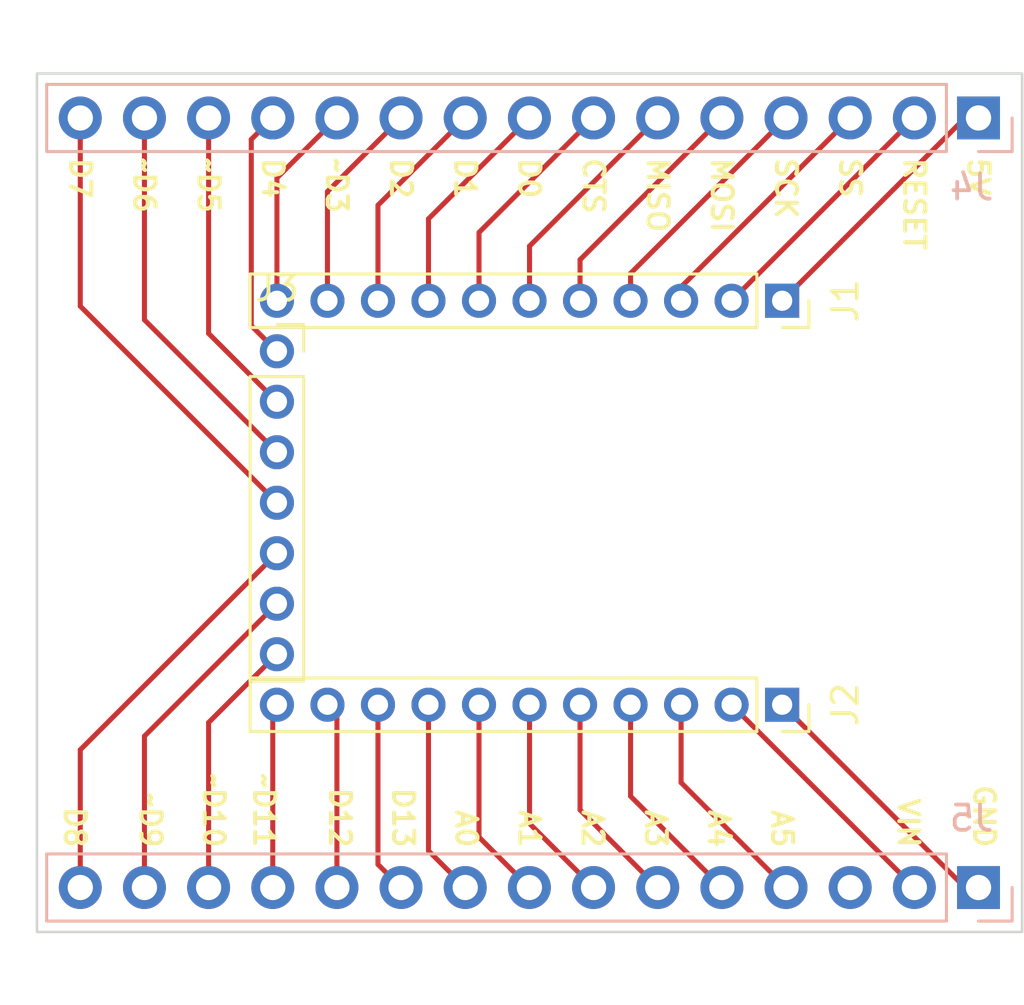
<source format=kicad_pcb>
(kicad_pcb (version 20241229) (generator "pcbnew") (generator_version "9.0")
  (layers (0 "F.Cu" signal) (2 "B.Cu" signal) (13 "F.Paste" user) (15 "B.Paste" user) (5 "F.SilkS" user "F.Silkscreen") (7 "B.SilkS" user "B.Silkscreen") (1 "F.Mask" user) (3 "B.Mask" user) (25 "Edge.Cuts" user))
  (net 0 "")
  (net 1 "D2{slash}SDA")
  (net 2 "RESET")
  (net 3 "MISO")
  (net 4 "D0{slash}RX")
  (net 5 "MOSI")
  (net 6 "CTS")
  (net 7 "D3{slash}SCL")
  (net 8 "SCK")
  (net 9 "D1{slash}TX")
  (net 10 "+5V")
  (net 11 "SS")
  (net 12 "D12")
  (net 13 "A2")
  (net 14 "A5")
  (net 15 "VIN")
  (net 16 "A0")
  (net 17 "D13{slash}USER_LED")
  (net 18 "D11")
  (net 19 "A4")
  (net 20 "GND")
  (net 21 "A1")
  (net 22 "A3")
  (net 23 "D10")
  (net 24 "D8")
  (net 25 "D6")
  (net 26 "D9")
  (net 27 "D4")
  (net 28 "D5")
  (net 29 "D7")
  (footprint "Connector_PinSocket_2.00mm:PinSocket_1x11_P2.00mm_Vertical" (layer "F.Cu") (at 10 -8 -90)
    (property "Reference" "J1" (at 0 -2.5 270) (layer "F.SilkS"))
    (property "Value" "Conn_01x11")
    (fp_line (start -1.06 21.06) (end 1.06 21.06) (stroke (width 0.12)) (layer "F.SilkS"))
    (fp_line (start -1.06 1) (end -1.06 21.06) (stroke (width 0.12)) (layer "F.SilkS"))
    (fp_line (start -1.06 1) (end 1.06 1) (stroke (width 0.12)) (layer "F.SilkS"))
    (fp_line (start 1.06 1) (end 1.06 21.06) (stroke (width 0.12)) (layer "F.SilkS"))
    (fp_line (start 0 -1.06) (end 1.06 -1.06) (stroke (width 0.12)) (layer "F.SilkS"))
    (fp_line (start 1.06 -1.06) (end 1.06 0) (stroke (width 0.12)) (layer "F.SilkS"))
    (pad "1" thru_hole rect (at 0 0 270) (size 1.35 1.35) (drill 0.8) (layers "*.Cu" "*.Mask") (net 10 "+5V"))
    (pad "2" thru_hole oval (at 0 2 270) (size 1.35 1.35) (drill 0.8) (layers "*.Cu" "*.Mask") (net 2 "RESET"))
    (pad "3" thru_hole oval (at 0 4 270) (size 1.35 1.35) (drill 0.8) (layers "*.Cu" "*.Mask") (net 11 "SS"))
    (pad "4" thru_hole oval (at 0 6 270) (size 1.35 1.35) (drill 0.8) (layers "*.Cu" "*.Mask") (net 8 "SCK"))
    (pad "5" thru_hole oval (at 0 8 270) (size 1.35 1.35) (drill 0.8) (layers "*.Cu" "*.Mask") (net 5 "MOSI"))
    (pad "6" thru_hole oval (at 0 10 270) (size 1.35 1.35) (drill 0.8) (layers "*.Cu" "*.Mask") (net 3 "MISO"))
    (pad "7" thru_hole oval (at 0 12 270) (size 1.35 1.35) (drill 0.8) (layers "*.Cu" "*.Mask") (net 6 "CTS"))
    (pad "8" thru_hole oval (at 0 14 270) (size 1.35 1.35) (drill 0.8) (layers "*.Cu" "*.Mask") (net 4 "D0{slash}RX"))
    (pad "9" thru_hole oval (at 0 16 270) (size 1.35 1.35) (drill 0.8) (layers "*.Cu" "*.Mask") (net 9 "D1{slash}TX"))
    (pad "10" thru_hole oval (at 0 18 270) (size 1.35 1.35) (drill 0.8) (layers "*.Cu" "*.Mask") (net 1 "D2{slash}SDA"))
    (pad "11" thru_hole oval (at 0 20 270) (size 1.35 1.35) (drill 0.8) (layers "*.Cu" "*.Mask") (net 7 "D3{slash}SCL"))
  )
  (footprint "Connector_PinSocket_2.00mm:PinSocket_1x07_P2.00mm_Vertical" (layer "F.Cu") (at -10 -6)
    (property "Reference" "J3" (at 0 -2.5 0) (layer "F.SilkS"))
    (property "Value" "Conn_01x07")
    (fp_line (start -1.06 1) (end -1.06 13.06) (stroke (width 0.12)) (layer "F.SilkS"))
    (fp_line (start -1.06 1) (end 1.06 1) (stroke (width 0.12)) (layer "F.SilkS"))
    (fp_line (start -1.06 13.06) (end 1.06 13.06) (stroke (width 0.12)) (layer "F.SilkS"))
    (fp_line (start 0 -1.06) (end 1.06 -1.06) (stroke (width 0.12)) (layer "F.SilkS"))
    (fp_line (start 1.06 -1.06) (end 1.06 0) (stroke (width 0.12)) (layer "F.SilkS"))
    (fp_line (start 1.06 1) (end 1.06 13.06) (stroke (width 0.12)) (layer "F.SilkS"))
    (pad "1" thru_hole circle (at 0 0) (size 1.35 1.35) (drill 0.8) (layers "*.Cu" "*.Mask") (net 27 "D4"))
    (pad "2" thru_hole oval (at 0 2) (size 1.35 1.35) (drill 0.8) (layers "*.Cu" "*.Mask") (net 28 "D5"))
    (pad "3" thru_hole oval (at 0 4) (size 1.35 1.35) (drill 0.8) (layers "*.Cu" "*.Mask") (net 25 "D6"))
    (pad "4" thru_hole oval (at 0 6) (size 1.35 1.35) (drill 0.8) (layers "*.Cu" "*.Mask") (net 29 "D7"))
    (pad "5" thru_hole oval (at 0 8) (size 1.35 1.35) (drill 0.8) (layers "*.Cu" "*.Mask") (net 24 "D8"))
    (pad "6" thru_hole oval (at 0 10) (size 1.35 1.35) (drill 0.8) (layers "*.Cu" "*.Mask") (net 26 "D9"))
    (pad "7" thru_hole oval (at 0 12) (size 1.35 1.35) (drill 0.8) (layers "*.Cu" "*.Mask") (net 23 "D10"))
  )
  (footprint "Connector_PinSocket_2.00mm:PinSocket_1x11_P2.00mm_Vertical" (layer "F.Cu") (at 10 8 -90)
    (property "Reference" "J2" (at 0 -2.5 270) (layer "F.SilkS"))
    (property "Value" "Conn_01x11")
    (fp_line (start -1.06 21.06) (end 1.06 21.06) (stroke (width 0.12)) (layer "F.SilkS"))
    (fp_line (start -1.06 1) (end -1.06 21.06) (stroke (width 0.12)) (layer "F.SilkS"))
    (fp_line (start -1.06 1) (end 1.06 1) (stroke (width 0.12)) (layer "F.SilkS"))
    (fp_line (start 1.06 1) (end 1.06 21.06) (stroke (width 0.12)) (layer "F.SilkS"))
    (fp_line (start 0 -1.06) (end 1.06 -1.06) (stroke (width 0.12)) (layer "F.SilkS"))
    (fp_line (start 1.06 -1.06) (end 1.06 0) (stroke (width 0.12)) (layer "F.SilkS"))
    (pad "1" thru_hole rect (at 0 0 270) (size 1.35 1.35) (drill 0.8) (layers "*.Cu" "*.Mask") (net 20 "GND"))
    (pad "2" thru_hole oval (at 0 2 270) (size 1.35 1.35) (drill 0.8) (layers "*.Cu" "*.Mask") (net 15 "VIN"))
    (pad "3" thru_hole oval (at 0 4 270) (size 1.35 1.35) (drill 0.8) (layers "*.Cu" "*.Mask") (net 14 "A5"))
    (pad "4" thru_hole oval (at 0 6 270) (size 1.35 1.35) (drill 0.8) (layers "*.Cu" "*.Mask") (net 19 "A4"))
    (pad "5" thru_hole oval (at 0 8 270) (size 1.35 1.35) (drill 0.8) (layers "*.Cu" "*.Mask") (net 22 "A3"))
    (pad "6" thru_hole oval (at 0 10 270) (size 1.35 1.35) (drill 0.8) (layers "*.Cu" "*.Mask") (net 13 "A2"))
    (pad "7" thru_hole oval (at 0 12 270) (size 1.35 1.35) (drill 0.8) (layers "*.Cu" "*.Mask") (net 21 "A1"))
    (pad "8" thru_hole oval (at 0 14 270) (size 1.35 1.35) (drill 0.8) (layers "*.Cu" "*.Mask") (net 16 "A0"))
    (pad "9" thru_hole oval (at 0 16 270) (size 1.35 1.35) (drill 0.8) (layers "*.Cu" "*.Mask") (net 17 "D13{slash}USER_LED"))
    (pad "10" thru_hole oval (at 0 18 270) (size 1.35 1.35) (drill 0.8) (layers "*.Cu" "*.Mask") (net 12 "D12"))
    (pad "11" thru_hole oval (at 0 20 270) (size 1.35 1.35) (drill 0.8) (layers "*.Cu" "*.Mask") (net 18 "D11"))
  )
  (footprint "Connector_PinHeader_2.54mm:PinHeader_1x15_P2.54mm_Vertical" (layer "B.Cu") (at 17.775 -15.24 90)
    (property "Reference" "J4" (at -2.74 -0.275 0) (layer "B.SilkS") (effects (justify mirror)))
    (property "Value" "Conn_01x15")
    (fp_line (start -1.33 -36.89) (end 1.33 -36.89) (stroke (width 0.12)) (layer "B.SilkS"))
    (fp_line (start 1.33 -1.27) (end 1.33 -36.89) (stroke (width 0.12)) (layer "B.SilkS"))
    (fp_line (start -1.33 -1.27) (end -1.33 -36.89) (stroke (width 0.12)) (layer "B.SilkS"))
    (fp_line (start -1.33 -1.27) (end 1.33 -1.27) (stroke (width 0.12)) (layer "B.SilkS"))
    (fp_line (start -1.33 0) (end -1.33 1.33) (stroke (width 0.12)) (layer "B.SilkS"))
    (fp_line (start -1.33 1.33) (end 0 1.33) (stroke (width 0.12)) (layer "B.SilkS"))
    (pad "1" thru_hole rect (at 0 0 90) (size 1.7 1.7) (drill 1) (layers "*.Cu" "*.Mask") (net 10 "+5V"))
    (pad "2" thru_hole oval (at 0 -2.54 90) (size 1.7 1.7) (drill 1) (layers "*.Cu" "*.Mask") (net 2 "RESET"))
    (pad "3" thru_hole oval (at 0 -5.08 90) (size 1.7 1.7) (drill 1) (layers "*.Cu" "*.Mask") (net 11 "SS"))
    (pad "4" thru_hole oval (at 0 -7.62 90) (size 1.7 1.7) (drill 1) (layers "*.Cu" "*.Mask") (net 8 "SCK"))
    (pad "5" thru_hole oval (at 0 -10.16 90) (size 1.7 1.7) (drill 1) (layers "*.Cu" "*.Mask") (net 5 "MOSI"))
    (pad "6" thru_hole oval (at 0 -12.7 90) (size 1.7 1.7) (drill 1) (layers "*.Cu" "*.Mask") (net 3 "MISO"))
    (pad "7" thru_hole oval (at 0 -15.24 90) (size 1.7 1.7) (drill 1) (layers "*.Cu" "*.Mask") (net 6 "CTS"))
    (pad "8" thru_hole oval (at 0 -17.78 90) (size 1.7 1.7) (drill 1) (layers "*.Cu" "*.Mask") (net 4 "D0{slash}RX"))
    (pad "9" thru_hole oval (at 0 -20.32 90) (size 1.7 1.7) (drill 1) (layers "*.Cu" "*.Mask") (net 9 "D1{slash}TX"))
    (pad "10" thru_hole oval (at 0 -22.86 90) (size 1.7 1.7) (drill 1) (layers "*.Cu" "*.Mask") (net 1 "D2{slash}SDA"))
    (pad "11" thru_hole oval (at 0 -25.4 90) (size 1.7 1.7) (drill 1) (layers "*.Cu" "*.Mask") (net 7 "D3{slash}SCL"))
    (pad "12" thru_hole oval (at 0 -27.94 90) (size 1.7 1.7) (drill 1) (layers "*.Cu" "*.Mask") (net 27 "D4"))
    (pad "13" thru_hole oval (at 0 -30.48 90) (size 1.7 1.7) (drill 1) (layers "*.Cu" "*.Mask") (net 28 "D5"))
    (pad "14" thru_hole oval (at 0 -33.02 90) (size 1.7 1.7) (drill 1) (layers "*.Cu" "*.Mask") (net 25 "D6"))
    (pad "15" thru_hole oval (at 0 -35.56 90) (size 1.7 1.7) (drill 1) (layers "*.Cu" "*.Mask") (net 29 "D7"))
  )
  (footprint "Connector_PinHeader_2.54mm:PinHeader_1x15_P2.54mm_Vertical" (layer "B.Cu") (at 17.775 15.24 90)
    (property "Reference" "J5" (at 2.74 -0.275 180) (layer "B.SilkS") (effects (justify mirror)))
    (property "Value" "Conn_01x15")
    (fp_line (start -1.33 -36.89) (end 1.33 -36.89) (stroke (width 0.12)) (layer "B.SilkS"))
    (fp_line (start 1.33 -1.27) (end 1.33 -36.89) (stroke (width 0.12)) (layer "B.SilkS"))
    (fp_line (start -1.33 -1.27) (end -1.33 -36.89) (stroke (width 0.12)) (layer "B.SilkS"))
    (fp_line (start -1.33 -1.27) (end 1.33 -1.27) (stroke (width 0.12)) (layer "B.SilkS"))
    (fp_line (start -1.33 0) (end -1.33 1.33) (stroke (width 0.12)) (layer "B.SilkS"))
    (fp_line (start -1.33 1.33) (end 0 1.33) (stroke (width 0.12)) (layer "B.SilkS"))
    (pad "1" thru_hole rect (at 0 0 90) (size 1.7 1.7) (drill 1) (layers "*.Cu" "*.Mask") (net 20 "GND"))
    (pad "2" thru_hole oval (at 0 -2.54 90) (size 1.7 1.7) (drill 1) (layers "*.Cu" "*.Mask") (net 15 "VIN"))
    (pad "3" thru_hole oval (at 0 -5.08 90) (size 1.7 1.7) (drill 1) (layers "*.Cu" "*.Mask"))
    (pad "4" thru_hole oval (at 0 -7.62 90) (size 1.7 1.7) (drill 1) (layers "*.Cu" "*.Mask") (net 14 "A5"))
    (pad "5" thru_hole oval (at 0 -10.16 90) (size 1.7 1.7) (drill 1) (layers "*.Cu" "*.Mask") (net 19 "A4"))
    (pad "6" thru_hole oval (at 0 -12.7 90) (size 1.7 1.7) (drill 1) (layers "*.Cu" "*.Mask") (net 22 "A3"))
    (pad "7" thru_hole oval (at 0 -15.24 90) (size 1.7 1.7) (drill 1) (layers "*.Cu" "*.Mask") (net 13 "A2"))
    (pad "8" thru_hole oval (at 0 -17.78 90) (size 1.7 1.7) (drill 1) (layers "*.Cu" "*.Mask") (net 21 "A1"))
    (pad "9" thru_hole oval (at 0 -20.32 90) (size 1.7 1.7) (drill 1) (layers "*.Cu" "*.Mask") (net 16 "A0"))
    (pad "10" thru_hole oval (at 0 -22.86 90) (size 1.7 1.7) (drill 1) (layers "*.Cu" "*.Mask") (net 17 "D13{slash}USER_LED"))
    (pad "11" thru_hole oval (at 0 -25.4 90) (size 1.7 1.7) (drill 1) (layers "*.Cu" "*.Mask") (net 12 "D12"))
    (pad "12" thru_hole oval (at 0 -27.94 90) (size 1.7 1.7) (drill 1) (layers "*.Cu" "*.Mask") (net 18 "D11"))
    (pad "13" thru_hole oval (at 0 -30.48 90) (size 1.7 1.7) (drill 1) (layers "*.Cu" "*.Mask") (net 23 "D10"))
    (pad "14" thru_hole oval (at 0 -33.02 90) (size 1.7 1.7) (drill 1) (layers "*.Cu" "*.Mask") (net 26 "D9"))
    (pad "15" thru_hole oval (at 0 -35.56 90) (size 1.7 1.7) (drill 1) (layers "*.Cu" "*.Mask") (net 24 "D8"))
  )
  (gr_rect (start -19.5 -17) (end 19.5 17) (stroke (width 0.1)) (fill no) (layer "Edge.Cuts"))
  (gr_text "A2" (at 2.5 13.74 270) (layer "F.SilkS") (effects (font (size 0.8 0.8) (thickness 0.16) (bold yes)) (justify right)))
  (gr_text "D13" (at -5 13.74 270) (layer "F.SilkS") (effects (font (size 0.8 0.8) (thickness 0.16) (bold yes)) (justify right)))
  (gr_text "SS" (at 12.695 -13.74 270) (layer "F.SilkS") (effects (font (size 0.8 0.8) (thickness 0.16) (bold yes)) (justify left)))
  (gr_text "MOSI" (at 7.615 -13.74 270) (layer "F.SilkS") (effects (font (size 0.8 0.8) (thickness 0.16) (bold yes)) (justify left)))
  (gr_text "VIN" (at 15 13.74 270) (layer "F.SilkS") (effects (font (size 0.8 0.8) (thickness 0.16) (bold yes)) (justify right)))
  (gr_text "~D3" (at -7.625 -13.74 270) (layer "F.SilkS") (effects (font (size 0.8 0.8) (thickness 0.16) (bold yes)) (justify left)))
  (gr_text "D2\n" (at -5.085 -13.74 270) (layer "F.SilkS") (effects (font (size 0.8 0.8) (thickness 0.16) (bold yes)) (justify left)))
  (gr_text "SCK" (at 10.155 -13.74 270) (layer "F.SilkS") (effects (font (size 0.8 0.8) (thickness 0.16) (bold yes)) (justify left)))
  (gr_text "A4" (at 7.5 13.74 270) (layer "F.SilkS") (effects (font (size 0.8 0.8) (thickness 0.16) (bold yes)) (justify right)))
  (gr_text "A3" (at 5 13.74 270) (layer "F.SilkS") (effects (font (size 0.8 0.8) (thickness 0.16) (bold yes)) (justify right)))
  (gr_text "D4" (at -10.165 -13.74 270) (layer "F.SilkS") (effects (font (size 0.8 0.8) (thickness 0.16) (bold yes)) (justify left)))
  (gr_text "D7" (at -17.785 -13.74 270) (layer "F.SilkS") (effects (font (size 0.8 0.8) (thickness 0.16) (bold yes)) (justify left)))
  (gr_text "~D5" (at -12.705 -13.74 270) (layer "F.SilkS") (effects (font (size 0.8 0.8) (thickness 0.16) (bold yes)) (justify left)))
  (gr_text "~D10" (at -12.5 13.74 270) (layer "F.SilkS") (effects (font (size 0.8 0.8) (thickness 0.16) (bold yes)) (justify right)))
  (gr_text "A0" (at -2.5 13.74 270) (layer "F.SilkS") (effects (font (size 0.8 0.8) (thickness 0.16) (bold yes)) (justify right)))
  (gr_text "CTS" (at 2.535 -13.74 270) (layer "F.SilkS") (effects (font (size 0.8 0.8) (thickness 0.16) (bold yes)) (justify left)))
  (gr_text "RESET" (at 15.235 -13.74 270) (layer "F.SilkS") (effects (font (size 0.8 0.8) (thickness 0.16) (bold yes)) (justify left)))
  (gr_text "D1" (at -2.545 -13.74 270) (layer "F.SilkS") (effects (font (size 0.8 0.8) (thickness 0.16) (bold yes)) (justify left)))
  (gr_text "MISO" (at 5.075 -13.74 270) (layer "F.SilkS") (effects (font (size 0.8 0.8) (thickness 0.16) (bold yes)) (justify left)))
  (gr_text "5V" (at 17.775 -13.74 270) (layer "F.SilkS") (effects (font (size 0.8 0.8) (thickness 0.16) (bold yes)) (justify left)))
  (gr_text "D8" (at -18 13.74 270) (layer "F.SilkS") (effects (font (size 0.8 0.8) (thickness 0.16) (bold yes)) (justify right)))
  (gr_text "~D9" (at -15 13.74 270) (layer "F.SilkS") (effects (font (size 0.8 0.8) (thickness 0.16) (bold yes)) (justify right)))
  (gr_text "~D11" (at -10.5 13.74 270) (layer "F.SilkS") (effects (font (size 0.8 0.8) (thickness 0.16) (bold yes)) (justify right)))
  (gr_text "D12" (at -7.5 13.74 270) (layer "F.SilkS") (effects (font (size 0.8 0.8) (thickness 0.16) (bold yes)) (justify right)))
  (gr_text "A1" (at 0 13.74 270) (layer "F.SilkS") (effects (font (size 0.8 0.8) (thickness 0.16) (bold yes)) (justify right)))
  (gr_text "GND" (at 18 13.74 270) (layer "F.SilkS") (effects (font (size 0.8 0.8) (thickness 0.16) (bold yes)) (justify right)))
  (gr_text "D0" (at -0.005 -13.74 270) (layer "F.SilkS") (effects (font (size 0.8 0.8) (thickness 0.16) (bold yes)) (justify left)))
  (gr_text "~D6" (at -15.245 -13.74 270) (layer "F.SilkS") (effects (font (size 0.8 0.8) (thickness 0.16) (bold yes)) (justify left)))
  (gr_text "A5" (at 10 13.74 270) (layer "F.SilkS") (effects (font (size 0.8 0.8) (thickness 0.16) (bold yes)) (justify right)))
  (segment (start -5.085 -15.24) (end -8 -12.325) (width 0.2) (layer "F.Cu") (net 1))
  (segment (start -8 -12.325) (end -8 -8) (width 0.2) (layer "F.Cu") (net 1))
  (segment (start 8 -8.005) (end 8 -8) (width 0.2) (layer "F.Cu") (net 2))
  (segment (start 15.235 -15.24) (end 8 -8.005) (width 0.2) (layer "F.Cu") (net 2))
  (segment (start 0 -10.165) (end 0 -8) (width 0.2) (layer "F.Cu") (net 3))
  (segment (start 5.075 -15.24) (end 0 -10.165) (width 0.2) (layer "F.Cu") (net 3))
  (segment (start -4 -11.245) (end -4 -8) (width 0.2) (layer "F.Cu") (net 4))
  (segment (start -0.005 -15.24) (end -4 -11.245) (width 0.2) (layer "F.Cu") (net 4))
  (segment (start 7.615 -15.24) (end 2 -9.625) (width 0.2) (layer "F.Cu") (net 5))
  (segment (start 2 -9.625) (end 2 -8) (width 0.2) (layer "F.Cu") (net 5))
  (segment (start -2 -10.705) (end -2 -8) (width 0.2) (layer "F.Cu") (net 6))
  (segment (start 2.535 -15.24) (end -2 -10.705) (width 0.2) (layer "F.Cu") (net 6))
  (segment (start -7.625 -15.24) (end -10 -12.865) (width 0.2) (layer "F.Cu") (net 7))
  (segment (start -10 -12.865) (end -10 -8) (width 0.2) (layer "F.Cu") (net 7))
  (segment (start 4 -9.085) (end 4 -8) (width 0.2) (layer "F.Cu") (net 8))
  (segment (start 10.155 -15.24) (end 4 -9.085) (width 0.2) (layer "F.Cu") (net 8))
  (segment (start -6 -11.785) (end -6 -8) (width 0.2) (layer "F.Cu") (net 9))
  (segment (start -2.545 -15.24) (end -6 -11.785) (width 0.2) (layer "F.Cu") (net 9))
  (segment (start 17.775 -15.24) (end 17.24 -15.24) (width 0.2) (layer "F.Cu") (net 10))
  (segment (start 17.24 -15.24) (end 10 -8) (width 0.2) (layer "F.Cu") (net 10))
  (segment (start 6 -8.545) (end 6 -8) (width 0.2) (layer "F.Cu") (net 11))
  (segment (start 12.695 -15.24) (end 6 -8.545) (width 0.2) (layer "F.Cu") (net 11))
  (segment (start -7.625 8.375) (end -8 8) (width 0.2) (layer "F.Cu") (net 12))
  (segment (start -7.625 15.24) (end -7.625 8.375) (width 0.2) (layer "F.Cu") (net 12))
  (segment (start 0 12.705) (end 0 8) (width 0.2) (layer "F.Cu") (net 13))
  (segment (start 2.535 15.24) (end 0 12.705) (width 0.2) (layer "F.Cu") (net 13))
  (segment (start 6 11.085) (end 6 8) (width 0.2) (layer "F.Cu") (net 14))
  (segment (start 10.155 15.24) (end 6 11.085) (width 0.2) (layer "F.Cu") (net 14))
  (segment (start 8 8.005) (end 8 8) (width 0.2) (layer "F.Cu") (net 15))
  (segment (start 15.235 15.24) (end 8 8.005) (width 0.2) (layer "F.Cu") (net 15))
  (segment (start -2.545 15.24) (end -4 13.785) (width 0.2) (layer "F.Cu") (net 16))
  (segment (start -4 13.785) (end -4 8) (width 0.2) (layer "F.Cu") (net 16))
  (segment (start -6 14.325) (end -6 8) (width 0.2) (layer "F.Cu") (net 17))
  (segment (start -5.085 15.24) (end -6 14.325) (width 0.2) (layer "F.Cu") (net 17))
  (segment (start -10.165 8.165) (end -10 8) (width 0.2) (layer "F.Cu") (net 18))
  (segment (start -10.165 15.24) (end -10.165 8.165) (width 0.2) (layer "F.Cu") (net 18))
  (segment (start 7.615 15.24) (end 4 11.625) (width 0.2) (layer "F.Cu") (net 19))
  (segment (start 4 11.625) (end 4 8) (width 0.2) (layer "F.Cu") (net 19))
  (segment (start 17.24 15.24) (end 10 8) (width 0.2) (layer "F.Cu") (net 20))
  (segment (start 17.775 15.24) (end 17.24 15.24) (width 0.2) (layer "F.Cu") (net 20))
  (segment (start -0.005 15.24) (end -2 13.245) (width 0.2) (layer "F.Cu") (net 21))
  (segment (start -2 13.245) (end -2 8) (width 0.2) (layer "F.Cu") (net 21))
  (segment (start 5.075 15.24) (end 2 12.165) (width 0.2) (layer "F.Cu") (net 22))
  (segment (start 2 12.165) (end 2 8) (width 0.2) (layer "F.Cu") (net 22))
  (segment (start -12.705 8.705) (end -10 6) (width 0.2) (layer "F.Cu") (net 23))
  (segment (start -12.705 15.24) (end -12.705 8.705) (width 0.2) (layer "F.Cu") (net 23))
  (segment (start -17.785 15.24) (end -17.785 9.785) (width 0.2) (layer "F.Cu") (net 24))
  (segment (start -17.785 9.785) (end -10 2) (width 0.2) (layer "F.Cu") (net 24))
  (segment (start -15.245 -15.24) (end -15.245 -7.245) (width 0.2) (layer "F.Cu") (net 25))
  (segment (start -15.245 -7.245) (end -10 -2) (width 0.2) (layer "F.Cu") (net 25))
  (segment (start -15.245 9.245) (end -10 4) (width 0.2) (layer "F.Cu") (net 26))
  (segment (start -15.245 15.24) (end -15.245 9.245) (width 0.2) (layer "F.Cu") (net 26))
  (segment (start -11.015 -7.015) (end -10 -6) (width 0.2) (layer "F.Cu") (net 27))
  (segment (start -10.165 -15.24) (end -11.015 -14.39) (width 0.2) (layer "F.Cu") (net 27))
  (segment (start -11.015 -14.39) (end -11.015 -7.015) (width 0.2) (layer "F.Cu") (net 27))
  (segment (start -12.705 -6.705) (end -10 -4) (width 0.2) (layer "F.Cu") (net 28))
  (segment (start -12.705 -15.24) (end -12.705 -6.705) (width 0.2) (layer "F.Cu") (net 28))
  (segment (start -17.785 -15.24) (end -17.785 -7.785) (width 0.2) (layer "F.Cu") (net 29))
  (segment (start -17.785 -7.785) (end -10 0) (width 0.2) (layer "F.Cu") (net 29))
)
</source>
